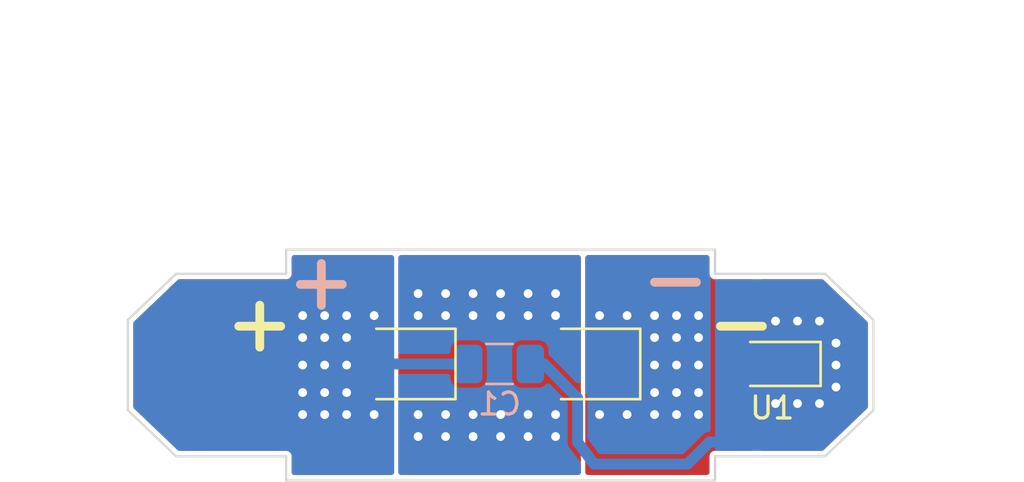
<source format=kicad_pcb>
(kicad_pcb (version 20171130) (host pcbnew "(5.1.5)-3")

  (general
    (thickness 1.6)
    (drawings 34)
    (tracks 77)
    (zones 0)
    (modules 4)
    (nets 5)
  )

  (page A4)
  (layers
    (0 F.Cu signal hide)
    (31 B.Cu signal)
    (32 B.Adhes user hide)
    (33 F.Adhes user hide)
    (34 B.Paste user hide)
    (35 F.Paste user hide)
    (36 B.SilkS user)
    (37 F.SilkS user)
    (38 B.Mask user)
    (39 F.Mask user)
    (40 Dwgs.User user hide)
    (41 Cmts.User user hide)
    (42 Eco1.User user)
    (43 Eco2.User user)
    (44 Edge.Cuts user)
    (45 Margin user)
    (46 B.CrtYd user)
    (47 F.CrtYd user)
    (48 B.Fab user)
    (49 F.Fab user)
  )

  (setup
    (last_trace_width 0.5)
    (user_trace_width 0.4)
    (user_trace_width 0.5)
    (user_trace_width 0.6)
    (trace_clearance 0.2)
    (zone_clearance 0.2)
    (zone_45_only no)
    (trace_min 0.2)
    (via_size 0.8)
    (via_drill 0.4)
    (via_min_size 0.4)
    (via_min_drill 0.3)
    (uvia_size 0.3)
    (uvia_drill 0.1)
    (uvias_allowed no)
    (uvia_min_size 0.2)
    (uvia_min_drill 0.1)
    (edge_width 0.1)
    (segment_width 0.2)
    (pcb_text_width 0.3)
    (pcb_text_size 1.5 1.5)
    (mod_edge_width 0.15)
    (mod_text_size 1 1)
    (mod_text_width 0.15)
    (pad_size 1.524 1.524)
    (pad_drill 0.762)
    (pad_to_mask_clearance 0)
    (aux_axis_origin 0 0)
    (visible_elements 7FFFFFFF)
    (pcbplotparams
      (layerselection 0x010fc_ffffffff)
      (usegerberextensions false)
      (usegerberattributes false)
      (usegerberadvancedattributes false)
      (creategerberjobfile false)
      (excludeedgelayer true)
      (linewidth 0.100000)
      (plotframeref false)
      (viasonmask false)
      (mode 1)
      (useauxorigin false)
      (hpglpennumber 1)
      (hpglpenspeed 20)
      (hpglpendiameter 15.000000)
      (psnegative false)
      (psa4output false)
      (plotreference true)
      (plotvalue true)
      (plotinvisibletext false)
      (padsonsilk false)
      (subtractmaskfromsilk false)
      (outputformat 1)
      (mirror false)
      (drillshape 1)
      (scaleselection 1)
      (outputdirectory ""))
  )

  (net 0 "")
  (net 1 +12V)
  (net 2 GND)
  (net 3 "Net-(D1-Pad1)")
  (net 4 "Net-(D2-Pad1)")

  (net_class Default "This is the default net class."
    (clearance 0.2)
    (trace_width 0.25)
    (via_dia 0.8)
    (via_drill 0.4)
    (uvia_dia 0.3)
    (uvia_drill 0.1)
    (add_net +12V)
    (add_net GND)
    (add_net "Net-(D1-Pad1)")
    (add_net "Net-(D2-Pad1)")
  )

  (module LED_SMD:LED_PLCC_2835 (layer F.Cu) (tedit 5C652239) (tstamp 5E7869F7)
    (at 153.9 67.7 180)
    (descr https://www.luckylight.cn/media/component/data-sheet/R2835BC-B2M-M10.pdf)
    (tags LED)
    (path /5E785C2B)
    (attr smd)
    (fp_text reference D2 (at 0 -2.4 180) (layer F.SilkS) hide
      (effects (font (size 1 1) (thickness 0.15)))
    )
    (fp_text value LED (at 0 2.475 180) (layer F.Fab)
      (effects (font (size 1 1) (thickness 0.15)))
    )
    (fp_line (start -1.05 -1.4) (end -1.75 -0.7) (layer F.Fab) (width 0.1))
    (fp_line (start -2.2 -1.6) (end -2.2 1.6) (layer F.SilkS) (width 0.12))
    (fp_text user %R (at 0 0 180) (layer F.Fab)
      (effects (font (size 0.9 0.9) (thickness 0.135)))
    )
    (fp_line (start 1.75 1.4) (end -1.75 1.4) (layer F.Fab) (width 0.1))
    (fp_line (start -1.75 1.4) (end -1.75 -0.7) (layer F.Fab) (width 0.1))
    (fp_line (start -1.05 -1.4) (end 1.75 -1.4) (layer F.Fab) (width 0.1))
    (fp_line (start 1.75 -1.4) (end 1.75 1.4) (layer F.Fab) (width 0.1))
    (fp_line (start 1.4 1.6) (end -2.2 1.6) (layer F.SilkS) (width 0.12))
    (fp_line (start 1.4 -1.6) (end -2.2 -1.6) (layer F.SilkS) (width 0.12))
    (fp_line (start 2.25 1.65) (end -2.25 1.65) (layer F.CrtYd) (width 0.05))
    (fp_line (start -2.25 1.65) (end -2.25 -1.65) (layer F.CrtYd) (width 0.05))
    (fp_line (start -2.25 -1.65) (end 2.25 -1.65) (layer F.CrtYd) (width 0.05))
    (fp_line (start 2.25 -1.65) (end 2.25 1.65) (layer F.CrtYd) (width 0.05))
    (pad 2 smd rect (at 1.375 0 180) (size 1.25 2.2) (layers F.Cu F.Paste F.Mask)
      (net 3 "Net-(D1-Pad1)"))
    (pad 1 smd rect (at -0.9 0 180) (size 2.2 2.2) (layers F.Cu F.Paste F.Mask)
      (net 4 "Net-(D2-Pad1)"))
    (model D:/Dropbox/Kicad/libraries/3d_smd_leds/luxeon_2835.wrl
      (at (xyz 0 0 0))
      (scale (xyz 1 1 1))
      (rotate (xyz 0 0 0))
    )
  )

  (module LED_SMD:LED_PLCC_2835 (layer F.Cu) (tedit 5C652239) (tstamp 5F3E4F50)
    (at 145.5 67.7 180)
    (descr https://www.luckylight.cn/media/component/data-sheet/R2835BC-B2M-M10.pdf)
    (tags LED)
    (path /5E785107)
    (attr smd)
    (fp_text reference D1 (at 0 -2.4) (layer F.SilkS) hide
      (effects (font (size 1 1) (thickness 0.15)))
    )
    (fp_text value LED (at 0 2.475) (layer F.Fab)
      (effects (font (size 1 1) (thickness 0.15)))
    )
    (fp_line (start -1.05 -1.4) (end -1.75 -0.7) (layer F.Fab) (width 0.1))
    (fp_line (start -2.2 -1.6) (end -2.2 1.6) (layer F.SilkS) (width 0.12))
    (fp_text user %R (at 0 0) (layer F.Fab)
      (effects (font (size 0.9 0.9) (thickness 0.135)))
    )
    (fp_line (start 1.75 1.4) (end -1.75 1.4) (layer F.Fab) (width 0.1))
    (fp_line (start -1.75 1.4) (end -1.75 -0.7) (layer F.Fab) (width 0.1))
    (fp_line (start -1.05 -1.4) (end 1.75 -1.4) (layer F.Fab) (width 0.1))
    (fp_line (start 1.75 -1.4) (end 1.75 1.4) (layer F.Fab) (width 0.1))
    (fp_line (start 1.4 1.6) (end -2.2 1.6) (layer F.SilkS) (width 0.12))
    (fp_line (start 1.4 -1.6) (end -2.2 -1.6) (layer F.SilkS) (width 0.12))
    (fp_line (start 2.25 1.65) (end -2.25 1.65) (layer F.CrtYd) (width 0.05))
    (fp_line (start -2.25 1.65) (end -2.25 -1.65) (layer F.CrtYd) (width 0.05))
    (fp_line (start -2.25 -1.65) (end 2.25 -1.65) (layer F.CrtYd) (width 0.05))
    (fp_line (start 2.25 -1.65) (end 2.25 1.65) (layer F.CrtYd) (width 0.05))
    (pad 2 smd rect (at 1.375 0 180) (size 1.25 2.2) (layers F.Cu F.Paste F.Mask)
      (net 1 +12V))
    (pad 1 smd rect (at -0.9 0 180) (size 2.2 2.2) (layers F.Cu F.Paste F.Mask)
      (net 3 "Net-(D1-Pad1)"))
    (model D:/Dropbox/Kicad/libraries/3d_smd_leds/luxeon_2835.wrl
      (at (xyz 0 0 0))
      (scale (xyz 1 1 1))
      (rotate (xyz 0 0 0))
    )
  )

  (module Capacitor_SMD:C_1206_3216Metric (layer B.Cu) (tedit 5B301BBE) (tstamp 5E7869A7)
    (at 149.7 67.7)
    (descr "Capacitor SMD 1206 (3216 Metric), square (rectangular) end terminal, IPC_7351 nominal, (Body size source: http://www.tortai-tech.com/upload/download/2011102023233369053.pdf), generated with kicad-footprint-generator")
    (tags capacitor)
    (path /5E789C24)
    (attr smd)
    (fp_text reference C1 (at 0 1.82) (layer B.SilkS)
      (effects (font (size 1 1) (thickness 0.15)) (justify mirror))
    )
    (fp_text value "4.7uF 50V" (at 0 -1.82) (layer B.Fab)
      (effects (font (size 1 1) (thickness 0.15)) (justify mirror))
    )
    (fp_line (start -1.6 -0.8) (end -1.6 0.8) (layer B.Fab) (width 0.1))
    (fp_line (start -1.6 0.8) (end 1.6 0.8) (layer B.Fab) (width 0.1))
    (fp_line (start 1.6 0.8) (end 1.6 -0.8) (layer B.Fab) (width 0.1))
    (fp_line (start 1.6 -0.8) (end -1.6 -0.8) (layer B.Fab) (width 0.1))
    (fp_line (start -0.602064 0.91) (end 0.602064 0.91) (layer B.SilkS) (width 0.12))
    (fp_line (start -0.602064 -0.91) (end 0.602064 -0.91) (layer B.SilkS) (width 0.12))
    (fp_line (start -2.28 -1.12) (end -2.28 1.12) (layer B.CrtYd) (width 0.05))
    (fp_line (start -2.28 1.12) (end 2.28 1.12) (layer B.CrtYd) (width 0.05))
    (fp_line (start 2.28 1.12) (end 2.28 -1.12) (layer B.CrtYd) (width 0.05))
    (fp_line (start 2.28 -1.12) (end -2.28 -1.12) (layer B.CrtYd) (width 0.05))
    (fp_text user %R (at 0.194999 -3.204999) (layer B.Fab)
      (effects (font (size 0.8 0.8) (thickness 0.12)) (justify mirror))
    )
    (pad 1 smd roundrect (at -1.4 0) (size 1.25 1.75) (layers B.Cu B.Paste B.Mask) (roundrect_rratio 0.2)
      (net 1 +12V))
    (pad 2 smd roundrect (at 1.4 0) (size 1.25 1.75) (layers B.Cu B.Paste B.Mask) (roundrect_rratio 0.2)
      (net 2 GND))
    (model ${KISYS3DMOD}/Capacitor_SMD.3dshapes/C_1206_3216Metric.wrl
      (at (xyz 0 0 0))
      (scale (xyz 1 1 1))
      (rotate (xyz 0 0 0))
    )
  )

  (module Diode_SMD:D_PowerDI-123 (layer F.Cu) (tedit 588FC24C) (tstamp 5E7B2898)
    (at 162.1 67.7 180)
    (descr http://www.diodes.com/_files/datasheets/ds30497.pdf)
    (tags "PowerDI diode vishay")
    (path /5E78B04E)
    (attr smd)
    (fp_text reference U1 (at 0 -2) (layer F.SilkS)
      (effects (font (size 1 1) (thickness 0.15)))
    )
    (fp_text value AL5809 (at 0 2.5) (layer F.Fab)
      (effects (font (size 1 1) (thickness 0.15)))
    )
    (fp_text user %R (at 0 -2) (layer F.Fab)
      (effects (font (size 1 1) (thickness 0.15)))
    )
    (fp_line (start 0.3 0) (end 0.7 0) (layer F.Fab) (width 0.1))
    (fp_line (start 0.3 -0.5) (end -0.5 0) (layer F.Fab) (width 0.1))
    (fp_line (start 0.3 0.5) (end 0.3 -0.5) (layer F.Fab) (width 0.1))
    (fp_line (start -0.5 0) (end 0.3 0.5) (layer F.Fab) (width 0.1))
    (fp_line (start -0.5 0) (end -0.5 0.5) (layer F.Fab) (width 0.1))
    (fp_line (start -0.5 0) (end -0.5 -0.5) (layer F.Fab) (width 0.1))
    (fp_line (start -0.8 0) (end -0.5 0) (layer F.Fab) (width 0.1))
    (fp_line (start -1.4 0.9) (end -1.4 -0.9) (layer F.Fab) (width 0.1))
    (fp_line (start 1.4 0.9) (end -1.4 0.9) (layer F.Fab) (width 0.1))
    (fp_line (start 1.4 -0.9) (end 1.4 0.9) (layer F.Fab) (width 0.1))
    (fp_line (start -1.4 -0.9) (end 1.4 -0.9) (layer F.Fab) (width 0.1))
    (fp_line (start 2.5 1.3) (end -2.5 1.3) (layer F.CrtYd) (width 0.05))
    (fp_line (start 2.5 -1.3) (end 2.5 1.3) (layer F.CrtYd) (width 0.05))
    (fp_line (start -2.5 -1.3) (end 2.5 -1.3) (layer F.CrtYd) (width 0.05))
    (fp_line (start -2.5 1.3) (end -2.5 -1.3) (layer F.CrtYd) (width 0.05))
    (fp_line (start 1 -1) (end -2.2 -1) (layer F.SilkS) (width 0.12))
    (fp_line (start -2.2 1) (end 1 1) (layer F.SilkS) (width 0.12))
    (fp_line (start -2.2 1) (end -2.2 -1) (layer F.SilkS) (width 0.12))
    (pad 1 smd rect (at -0.85 0) (size 2.4 1.5) (layers F.Cu F.Paste F.Mask)
      (net 2 GND))
    (pad 2 smd rect (at 1.525 0) (size 1.05 1.5) (layers F.Cu F.Paste F.Mask)
      (net 4 "Net-(D2-Pad1)"))
    (model ${KISYS3DMOD}/Diode_SMD.3dshapes/D_PowerDI-123.wrl
      (at (xyz 0 0 0))
      (scale (xyz 1 1 1))
      (rotate (xyz 0 0 0))
    )
  )

  (dimension 10.5 (width 0.15) (layer Eco1.User)
    (gr_text "10.500 mm" (at 172.2 67.75 270) (layer Eco1.User)
      (effects (font (size 1 1) (thickness 0.15)))
    )
    (feature1 (pts (xy 159.5 73) (xy 171.486421 73)))
    (feature2 (pts (xy 159.5 62.5) (xy 171.486421 62.5)))
    (crossbar (pts (xy 170.9 62.5) (xy 170.9 73)))
    (arrow1a (pts (xy 170.9 73) (xy 170.313579 71.873496)))
    (arrow1b (pts (xy 170.9 73) (xy 171.486421 71.873496)))
    (arrow2a (pts (xy 170.9 62.5) (xy 170.313579 63.626504)))
    (arrow2b (pts (xy 170.9 62.5) (xy 171.486421 63.626504)))
  )
  (dimension 33.9 (width 0.15) (layer Eco1.User)
    (gr_text "33.900 mm" (at 149.75 55.5) (layer Eco1.User)
      (effects (font (size 1 1) (thickness 0.15)))
    )
    (feature1 (pts (xy 166.7 65.7) (xy 166.7 56.213579)))
    (feature2 (pts (xy 132.8 65.7) (xy 132.8 56.213579)))
    (crossbar (pts (xy 132.8 56.8) (xy 166.7 56.8)))
    (arrow1a (pts (xy 166.7 56.8) (xy 165.573496 57.386421)))
    (arrow1b (pts (xy 166.7 56.8) (xy 165.573496 56.213579)))
    (arrow2a (pts (xy 132.8 56.8) (xy 133.926504 57.386421)))
    (arrow2b (pts (xy 132.8 56.8) (xy 133.926504 56.213579)))
  )
  (gr_text - (at 160.7 65.8) (layer F.SilkS) (tstamp 5F3E576B)
    (effects (font (size 2.5 2.5) (thickness 0.4)))
  )
  (gr_text + (at 138.8 65.8) (layer F.SilkS) (tstamp 5F3E5766)
    (effects (font (size 2.5 2.5) (thickness 0.4)))
  )
  (gr_text - (at 157.7 63.8) (layer B.SilkS) (tstamp 5F3E56FB)
    (effects (font (size 2.5 2.5) (thickness 0.4)))
  )
  (gr_text + (at 141.6 63.9) (layer B.SilkS)
    (effects (font (size 2.5 2.5) (thickness 0.4)))
  )
  (gr_poly (pts (xy 151.7 69.3) (xy 147.8 69.3) (xy 147.8 66.1) (xy 151.7 66.1)) (layer F.Mask) (width 0.1))
  (gr_poly (pts (xy 159.3 69.4) (xy 156.3 69.4) (xy 156.3 66.1) (xy 159.3 66.1)) (layer F.Mask) (width 0.1) (tstamp 5F3E55F3))
  (gr_poly (pts (xy 143.2 69.4) (xy 140.2 69.4) (xy 140.2 66.1) (xy 143.2 66.1)) (layer F.Mask) (width 0.1))
  (gr_poly (pts (xy 159.3 73) (xy 140.2 73) (xy 140.2 69.4) (xy 159.3 69.4)) (layer F.Mask) (width 0.1) (tstamp 5F3E55D4))
  (gr_poly (pts (xy 159.3 66.1) (xy 140.2 66.1) (xy 140.2 62.5) (xy 159.3 62.5)) (layer F.Mask) (width 0.1))
  (gr_poly (pts (xy 139.9 71.7) (xy 135 71.7) (xy 135 70.1) (xy 139.9 70.1)) (layer B.Mask) (width 0.1) (tstamp 5F3E5527))
  (gr_poly (pts (xy 139.9 65.4) (xy 135 65.4) (xy 135 63.8) (xy 139.9 63.8)) (layer B.Mask) (width 0.1) (tstamp 5F3E551C))
  (gr_poly (pts (xy 164.4 65.4) (xy 159.5 65.4) (xy 159.5 63.8) (xy 164.4 63.8)) (layer B.Mask) (width 0.1) (tstamp 5F3E5513))
  (gr_poly (pts (xy 164.4 71.6) (xy 159.5 71.6) (xy 159.5 70) (xy 164.4 70)) (layer B.Mask) (width 0.1))
  (gr_line (start 149.75 63.1) (end 149.75 72.65) (layer Eco1.User) (width 0.15))
  (gr_line (start 166.7 69.8) (end 164.5 71.9) (layer Edge.Cuts) (width 0.1) (tstamp 5F3E4D14))
  (gr_line (start 166.7 65.7) (end 166.7 69.8) (layer Edge.Cuts) (width 0.1) (tstamp 5F3E4D13))
  (gr_line (start 164.5 63.6) (end 166.7 65.7) (layer Edge.Cuts) (width 0.1) (tstamp 5F3E4D12))
  (gr_line (start 132.8 65.7) (end 135 63.6) (layer Edge.Cuts) (width 0.1) (tstamp 5F3E4C8D))
  (gr_line (start 135 71.9) (end 132.8 69.8) (layer Edge.Cuts) (width 0.1) (tstamp 5F3E4C8A))
  (gr_line (start 132.8 69.8) (end 132.8 65.7) (layer Edge.Cuts) (width 0.1))
  (gr_line (start 164.5 71.9) (end 159.5 71.9) (layer Edge.Cuts) (width 0.1) (tstamp 5F3E4B60))
  (gr_line (start 164.5 63.6) (end 159.5 63.6) (layer Edge.Cuts) (width 0.1) (tstamp 5F3E4B5D))
  (gr_line (start 140 63.6) (end 135 63.6) (layer Edge.Cuts) (width 0.1) (tstamp 5F3E4B59))
  (gr_line (start 140 71.9) (end 135 71.9) (layer Edge.Cuts) (width 0.1))
  (gr_line (start 159.5 73) (end 159.5 71.9) (layer Edge.Cuts) (width 0.1))
  (gr_line (start 159.5 62.5) (end 159.5 63.6) (layer Edge.Cuts) (width 0.1))
  (gr_line (start 140 62.5) (end 140 63.6) (layer Edge.Cuts) (width 0.1))
  (gr_line (start 140 73) (end 140 71.9) (layer Edge.Cuts) (width 0.1))
  (gr_line (start 132.8 67.75) (end 166.7 67.75) (layer Eco1.User) (width 0.15))
  (gr_line (start 140 62.5) (end 159.5 62.5) (layer Edge.Cuts) (width 0.1))
  (gr_line (start 140 73) (end 159.5 73) (layer Edge.Cuts) (width 0.1))
  (gr_text "FR4, 1.6mm thickness, 2oz copper, ENIG, white soldermask" (at 149.9 52) (layer Eco1.User)
    (effects (font (size 1 1) (thickness 0.15)))
  )

  (via (at 144 65.5) (size 0.8) (drill 0.4) (layers F.Cu B.Cu) (net 1))
  (via (at 142.75 65.5) (size 0.8) (drill 0.4) (layers F.Cu B.Cu) (net 1))
  (via (at 142.75 66.5) (size 0.8) (drill 0.4) (layers F.Cu B.Cu) (net 1))
  (via (at 142.75 67.75) (size 0.8) (drill 0.4) (layers F.Cu B.Cu) (net 1))
  (via (at 142.75 69) (size 0.8) (drill 0.4) (layers F.Cu B.Cu) (net 1))
  (via (at 142.75 70) (size 0.8) (drill 0.4) (layers F.Cu B.Cu) (net 1))
  (via (at 144 70) (size 0.8) (drill 0.4) (layers F.Cu B.Cu) (net 1))
  (via (at 141.75 66.5) (size 0.8) (drill 0.4) (layers F.Cu B.Cu) (net 1))
  (via (at 141.75 67.75) (size 0.8) (drill 0.4) (layers F.Cu B.Cu) (net 1))
  (via (at 141.75 69) (size 0.8) (drill 0.4) (layers F.Cu B.Cu) (net 1))
  (segment (start 148.3 67.7) (end 144.2 67.7) (width 0.5) (layer B.Cu) (net 1))
  (via (at 140.75 69) (size 0.8) (drill 0.4) (layers F.Cu B.Cu) (net 1))
  (via (at 140.75 70) (size 0.8) (drill 0.4) (layers F.Cu B.Cu) (net 1))
  (via (at 141.75 70) (size 0.8) (drill 0.4) (layers F.Cu B.Cu) (net 1))
  (via (at 140.75 67.75) (size 0.8) (drill 0.4) (layers F.Cu B.Cu) (net 1))
  (via (at 140.75 66.5) (size 0.8) (drill 0.4) (layers F.Cu B.Cu) (net 1))
  (via (at 140.75 65.5) (size 0.8) (drill 0.4) (layers F.Cu B.Cu) (net 1))
  (via (at 141.75 65.5) (size 0.8) (drill 0.4) (layers F.Cu B.Cu) (net 1))
  (via (at 165 67.75) (size 0.8) (drill 0.4) (layers F.Cu B.Cu) (net 2))
  (via (at 165 66.75) (size 0.8) (drill 0.4) (layers F.Cu B.Cu) (net 2))
  (via (at 165 68.75) (size 0.8) (drill 0.4) (layers F.Cu B.Cu) (net 2))
  (via (at 164.25 69.5) (size 0.8) (drill 0.4) (layers F.Cu B.Cu) (net 2))
  (via (at 163.25 69.5) (size 0.8) (drill 0.4) (layers F.Cu B.Cu) (net 2))
  (via (at 164.25 65.75) (size 0.8) (drill 0.4) (layers F.Cu B.Cu) (net 2))
  (via (at 163.25 65.75) (size 0.8) (drill 0.4) (layers F.Cu B.Cu) (net 2))
  (via (at 162.25 69.5) (size 0.8) (drill 0.4) (layers F.Cu B.Cu) (net 2))
  (via (at 162.25 65.75) (size 0.8) (drill 0.4) (layers F.Cu B.Cu) (net 2))
  (segment (start 159.25 71.25) (end 160 71.25) (width 0.5) (layer B.Cu) (net 2))
  (segment (start 151.725 67.7) (end 153.25 69.25) (width 0.5) (layer B.Cu) (net 2))
  (segment (start 158.25 72.25) (end 159.25 71.25) (width 0.5) (layer B.Cu) (net 2))
  (segment (start 153.25 69.25) (end 153.25 71.25) (width 0.5) (layer B.Cu) (net 2))
  (segment (start 153.25 71.25) (end 154 72.25) (width 0.5) (layer B.Cu) (net 2))
  (segment (start 154 72.25) (end 158.25 72.25) (width 0.5) (layer B.Cu) (net 2))
  (segment (start 151.1 67.7) (end 151.725 67.7) (width 0.5) (layer B.Cu) (net 2))
  (via (at 146 65.5) (size 0.8) (drill 0.4) (layers F.Cu B.Cu) (net 3))
  (via (at 147.25 65.5) (size 0.8) (drill 0.4) (layers F.Cu B.Cu) (net 3))
  (via (at 146 70) (size 0.8) (drill 0.4) (layers F.Cu B.Cu) (net 3))
  (via (at 147.25 70) (size 0.8) (drill 0.4) (layers F.Cu B.Cu) (net 3))
  (via (at 148.5 70) (size 0.8) (drill 0.4) (layers F.Cu B.Cu) (net 3))
  (via (at 148.5 65.5) (size 0.8) (drill 0.4) (layers F.Cu B.Cu) (net 3))
  (via (at 152.25 65.5) (size 0.8) (drill 0.4) (layers F.Cu B.Cu) (net 3))
  (via (at 151 65.5) (size 0.8) (drill 0.4) (layers F.Cu B.Cu) (net 3))
  (via (at 149.75 65.5) (size 0.8) (drill 0.4) (layers F.Cu B.Cu) (net 3))
  (via (at 152.25 70) (size 0.8) (drill 0.4) (layers F.Cu B.Cu) (net 3))
  (via (at 151 70) (size 0.8) (drill 0.4) (layers F.Cu B.Cu) (net 3))
  (via (at 149.75 70) (size 0.8) (drill 0.4) (layers F.Cu B.Cu) (net 3))
  (via (at 146 71) (size 0.8) (drill 0.4) (layers F.Cu B.Cu) (net 3))
  (via (at 147.25 71) (size 0.8) (drill 0.4) (layers F.Cu B.Cu) (net 3))
  (via (at 146 64.5) (size 0.8) (drill 0.4) (layers F.Cu B.Cu) (net 3))
  (via (at 147.25 64.5) (size 0.8) (drill 0.4) (layers F.Cu B.Cu) (net 3))
  (via (at 151 64.5) (size 0.8) (drill 0.4) (layers F.Cu B.Cu) (net 3))
  (via (at 152.25 64.5) (size 0.8) (drill 0.4) (layers F.Cu B.Cu) (net 3))
  (via (at 151 71) (size 0.8) (drill 0.4) (layers F.Cu B.Cu) (net 3))
  (via (at 152.25 71) (size 0.8) (drill 0.4) (layers F.Cu B.Cu) (net 3))
  (via (at 148.5 71) (size 0.8) (drill 0.4) (layers F.Cu B.Cu) (net 3))
  (via (at 149.75 71) (size 0.8) (drill 0.4) (layers F.Cu B.Cu) (net 3))
  (via (at 148.5 64.5) (size 0.8) (drill 0.4) (layers F.Cu B.Cu) (net 3))
  (via (at 149.75 64.5) (size 0.8) (drill 0.4) (layers F.Cu B.Cu) (net 3))
  (via (at 154.25 65.5) (size 0.8) (drill 0.4) (layers F.Cu B.Cu) (net 4))
  (via (at 155.5 65.5) (size 0.8) (drill 0.4) (layers F.Cu B.Cu) (net 4))
  (via (at 156.75 65.5) (size 0.8) (drill 0.4) (layers F.Cu B.Cu) (net 4))
  (via (at 157.75 66.5) (size 0.8) (drill 0.4) (layers F.Cu B.Cu) (net 4))
  (via (at 154.25 70) (size 0.8) (drill 0.4) (layers F.Cu B.Cu) (net 4))
  (via (at 155.5 70) (size 0.8) (drill 0.4) (layers F.Cu B.Cu) (net 4) (tstamp 5F3E5304))
  (via (at 156.75 70) (size 0.8) (drill 0.4) (layers F.Cu B.Cu) (net 4))
  (via (at 157.75 69) (size 0.8) (drill 0.4) (layers F.Cu B.Cu) (net 4))
  (via (at 156.75 66.5) (size 0.8) (drill 0.4) (layers F.Cu B.Cu) (net 4))
  (via (at 156.75 67.75) (size 0.8) (drill 0.4) (layers F.Cu B.Cu) (net 4))
  (via (at 156.75 69) (size 0.8) (drill 0.4) (layers F.Cu B.Cu) (net 4))
  (via (at 157.75 67.75) (size 0.8) (drill 0.4) (layers F.Cu B.Cu) (net 4))
  (via (at 157.75 70) (size 0.8) (drill 0.4) (layers F.Cu B.Cu) (net 4))
  (via (at 157.75 65.5) (size 0.8) (drill 0.4) (layers F.Cu B.Cu) (net 4))
  (via (at 158.75 70) (size 0.8) (drill 0.4) (layers F.Cu B.Cu) (net 4))
  (via (at 158.75 69) (size 0.8) (drill 0.4) (layers F.Cu B.Cu) (net 4))
  (via (at 158.75 67.75) (size 0.8) (drill 0.4) (layers F.Cu B.Cu) (net 4))
  (via (at 158.75 66.5) (size 0.8) (drill 0.4) (layers F.Cu B.Cu) (net 4))
  (via (at 158.75 65.5) (size 0.8) (drill 0.4) (layers F.Cu B.Cu) (net 4))

  (zone (net 3) (net_name "Net-(D1-Pad1)") (layer F.Cu) (tstamp 0) (hatch edge 0.508)
    (connect_pads yes (clearance 0.2))
    (min_thickness 0.254)
    (fill yes (arc_segments 32) (thermal_gap 0.508) (thermal_bridge_width 0.508))
    (polygon
      (pts
        (xy 153.4 73) (xy 145.1 73) (xy 145.1 62.5) (xy 153.4 62.5)
      )
    )
    (filled_polygon
      (pts
        (xy 153.273 72.623) (xy 145.227 72.623) (xy 145.227 62.877) (xy 153.273 62.877)
      )
    )
  )
  (zone (net 1) (net_name +12V) (layer F.Cu) (tstamp 0) (hatch edge 0.508)
    (connect_pads yes (clearance 0.2))
    (min_thickness 0.254)
    (fill yes (arc_segments 32) (thermal_gap 0.508) (thermal_bridge_width 0.508))
    (polygon
      (pts
        (xy 144.9 73) (xy 132.7 73) (xy 132.7 62.5) (xy 144.9 62.5)
      )
    )
    (filled_polygon
      (pts
        (xy 144.773 72.623) (xy 140.377 72.623) (xy 140.377 71.918519) (xy 140.378824 71.9) (xy 140.371545 71.826095)
        (xy 140.349988 71.75503) (xy 140.314981 71.689537) (xy 140.267869 71.632131) (xy 140.210463 71.585019) (xy 140.14497 71.550012)
        (xy 140.073905 71.528455) (xy 140.018519 71.523) (xy 140 71.521176) (xy 139.981481 71.523) (xy 135.151048 71.523)
        (xy 133.177 69.638683) (xy 133.177 65.861317) (xy 135.151048 63.977) (xy 139.981481 63.977) (xy 140 63.978824)
        (xy 140.018519 63.977) (xy 140.073905 63.971545) (xy 140.14497 63.949988) (xy 140.210463 63.914981) (xy 140.267869 63.867869)
        (xy 140.314981 63.810463) (xy 140.349988 63.74497) (xy 140.371545 63.673905) (xy 140.378824 63.6) (xy 140.377 63.581481)
        (xy 140.377 62.877) (xy 144.773 62.877)
      )
    )
  )
  (zone (net 4) (net_name "Net-(D2-Pad1)") (layer F.Cu) (tstamp 0) (hatch edge 0.508)
    (connect_pads yes (clearance 0.2))
    (min_thickness 0.254)
    (fill yes (arc_segments 32) (thermal_gap 0.508) (thermal_bridge_width 0.508))
    (polygon
      (pts
        (xy 161.3 73) (xy 153.6 73) (xy 153.6 62.4) (xy 161.3 62.4)
      )
    )
    (filled_polygon
      (pts
        (xy 159.123001 63.581471) (xy 159.121176 63.6) (xy 159.128455 63.673905) (xy 159.150012 63.74497) (xy 159.185019 63.810463)
        (xy 159.232131 63.867869) (xy 159.289537 63.914981) (xy 159.35503 63.949988) (xy 159.426095 63.971545) (xy 159.481481 63.977)
        (xy 159.5 63.978824) (xy 159.518519 63.977) (xy 161.173 63.977) (xy 161.173 71.523) (xy 159.518519 71.523)
        (xy 159.5 71.521176) (xy 159.481481 71.523) (xy 159.426095 71.528455) (xy 159.35503 71.550012) (xy 159.289537 71.585019)
        (xy 159.232131 71.632131) (xy 159.185019 71.689537) (xy 159.150012 71.75503) (xy 159.128455 71.826095) (xy 159.121176 71.9)
        (xy 159.123001 71.918529) (xy 159.123 72.623) (xy 153.727 72.623) (xy 153.727 62.877) (xy 159.123 62.877)
      )
    )
  )
  (zone (net 2) (net_name GND) (layer F.Cu) (tstamp 0) (hatch edge 0.508)
    (connect_pads yes (clearance 0.2))
    (min_thickness 0.254)
    (fill yes (arc_segments 32) (thermal_gap 0.508) (thermal_bridge_width 0.508))
    (polygon
      (pts
        (xy 166.8 71.9) (xy 161.5 71.9) (xy 161.5 63.6) (xy 166.8 63.6)
      )
    )
    (filled_polygon
      (pts
        (xy 166.323 65.861318) (xy 166.323001 69.638681) (xy 164.348952 71.523) (xy 161.627 71.523) (xy 161.627 63.977)
        (xy 164.348952 63.977)
      )
    )
  )
  (zone (net 1) (net_name +12V) (layer B.Cu) (tstamp 5F3E517C) (hatch edge 0.508)
    (connect_pads yes (clearance 0.2))
    (min_thickness 0.254)
    (fill yes (arc_segments 32) (thermal_gap 0.508) (thermal_bridge_width 0.508))
    (polygon
      (pts
        (xy 144.911571 62.5) (xy 132.711571 62.5) (xy 132.711571 73) (xy 144.911571 73)
      )
    )
    (filled_polygon
      (pts
        (xy 144.784571 72.623) (xy 140.377 72.623) (xy 140.377 71.918519) (xy 140.378824 71.9) (xy 140.371545 71.826095)
        (xy 140.349988 71.75503) (xy 140.314981 71.689537) (xy 140.267869 71.632131) (xy 140.210463 71.585019) (xy 140.14497 71.550012)
        (xy 140.073905 71.528455) (xy 140.018519 71.523) (xy 140 71.521176) (xy 139.981481 71.523) (xy 135.151048 71.523)
        (xy 133.177 69.638683) (xy 133.177 65.861317) (xy 135.151048 63.977) (xy 139.981481 63.977) (xy 140 63.978824)
        (xy 140.018519 63.977) (xy 140.073905 63.971545) (xy 140.14497 63.949988) (xy 140.210463 63.914981) (xy 140.267869 63.867869)
        (xy 140.314981 63.810463) (xy 140.349988 63.74497) (xy 140.371545 63.673905) (xy 140.378824 63.6) (xy 140.377 63.581481)
        (xy 140.377 62.877) (xy 144.784571 62.877)
      )
    )
  )
  (zone (net 4) (net_name "Net-(D2-Pad1)") (layer B.Cu) (tstamp 5F3E5180) (hatch edge 0.508)
    (connect_pads yes (clearance 0.2))
    (min_thickness 0.254)
    (fill yes (arc_segments 32) (thermal_gap 0.508) (thermal_bridge_width 0.508))
    (polygon
      (pts
        (xy 159.5 62.4) (xy 153.6 62.413043) (xy 153.6 73.013043) (xy 159.5 73)
      )
    )
    (filled_polygon
      (pts
        (xy 159.123001 63.581471) (xy 159.121176 63.6) (xy 159.128455 63.673905) (xy 159.150012 63.74497) (xy 159.173 63.787977)
        (xy 159.173 70.677792) (xy 159.136888 70.681349) (xy 159.028123 70.714343) (xy 159.002228 70.728184) (xy 158.927885 70.767921)
        (xy 158.840026 70.840026) (xy 158.821961 70.862038) (xy 158.010999 71.673) (xy 154.2885 71.673) (xy 153.827 71.057668)
        (xy 153.827 69.280683) (xy 153.829771 69.254713) (xy 153.827 69.224021) (xy 153.827 69.221664) (xy 153.824448 69.195751)
        (xy 153.819551 69.141514) (xy 153.818882 69.139242) (xy 153.81865 69.136888) (xy 153.802828 69.084729) (xy 153.787442 69.032485)
        (xy 153.786345 69.030392) (xy 153.785657 69.028124) (xy 153.759939 68.980008) (xy 153.734681 68.931815) (xy 153.733197 68.929976)
        (xy 153.732079 68.927885) (xy 153.727 68.921696) (xy 153.727 62.877) (xy 159.123 62.877)
      )
    )
  )
  (zone (net 2) (net_name GND) (layer B.Cu) (tstamp 0) (hatch edge 0.508)
    (priority 1)
    (connect_pads yes (clearance 0.2))
    (min_thickness 0.254)
    (fill yes (arc_segments 32) (thermal_gap 0.508) (thermal_bridge_width 0.508))
    (polygon
      (pts
        (xy 166.7 72) (xy 159.5 72) (xy 159.5 69.8) (xy 159.5 65.6) (xy 159.5 63.6)
        (xy 166.7 63.6)
      )
    )
    (filled_polygon
      (pts
        (xy 166.323 65.861318) (xy 166.323001 69.638681) (xy 164.348952 71.523) (xy 159.627 71.523) (xy 159.627 63.977)
        (xy 164.348952 63.977)
      )
    )
  )
  (zone (net 3) (net_name "Net-(D1-Pad1)") (layer B.Cu) (tstamp 5F3E5461) (hatch edge 0.508)
    (connect_pads yes (clearance 0.2))
    (min_thickness 0.254)
    (fill yes (arc_segments 32) (thermal_gap 0.508) (thermal_bridge_width 0.508))
    (polygon
      (pts
        (xy 153.4 62.5) (xy 145.1 62.5) (xy 145.1 73) (xy 153.4 73)
      )
    )
    (filled_polygon
      (pts
        (xy 153.273 68.450661) (xy 152.154534 67.31386) (xy 152.134974 67.290026) (xy 152.092735 67.255361) (xy 152.053582 67.222693)
        (xy 152.053582 67.075) (xy 152.042465 66.962124) (xy 152.00954 66.853586) (xy 151.956073 66.753557) (xy 151.884119 66.665881)
        (xy 151.796443 66.593927) (xy 151.696414 66.54046) (xy 151.587876 66.507535) (xy 151.475 66.496418) (xy 150.725 66.496418)
        (xy 150.612124 66.507535) (xy 150.503586 66.54046) (xy 150.403557 66.593927) (xy 150.315881 66.665881) (xy 150.243927 66.753557)
        (xy 150.19046 66.853586) (xy 150.157535 66.962124) (xy 150.146418 67.075) (xy 150.146418 68.325) (xy 150.157535 68.437876)
        (xy 150.19046 68.546414) (xy 150.243927 68.646443) (xy 150.315881 68.734119) (xy 150.403557 68.806073) (xy 150.503586 68.85954)
        (xy 150.612124 68.892465) (xy 150.725 68.903582) (xy 151.475 68.903582) (xy 151.587876 68.892465) (xy 151.696414 68.85954)
        (xy 151.796443 68.806073) (xy 151.884119 68.734119) (xy 151.906346 68.707035) (xy 152.673 69.486258) (xy 152.673001 71.237384)
        (xy 152.671068 71.281555) (xy 152.677323 71.322217) (xy 152.681351 71.363112) (xy 152.685942 71.378247) (xy 152.688349 71.393893)
        (xy 152.702412 71.432542) (xy 152.714344 71.471876) (xy 152.721802 71.485829) (xy 152.727213 71.5007) (xy 152.748539 71.53585)
        (xy 152.767922 71.572115) (xy 152.795959 71.606278) (xy 153.273 72.242333) (xy 153.273 72.623) (xy 145.227 72.623)
        (xy 145.227 68.277) (xy 147.346418 68.277) (xy 147.346418 68.325) (xy 147.357535 68.437876) (xy 147.39046 68.546414)
        (xy 147.443927 68.646443) (xy 147.515881 68.734119) (xy 147.603557 68.806073) (xy 147.703586 68.85954) (xy 147.812124 68.892465)
        (xy 147.925 68.903582) (xy 148.675 68.903582) (xy 148.787876 68.892465) (xy 148.896414 68.85954) (xy 148.996443 68.806073)
        (xy 149.084119 68.734119) (xy 149.156073 68.646443) (xy 149.20954 68.546414) (xy 149.242465 68.437876) (xy 149.253582 68.325)
        (xy 149.253582 67.075) (xy 149.242465 66.962124) (xy 149.20954 66.853586) (xy 149.156073 66.753557) (xy 149.084119 66.665881)
        (xy 148.996443 66.593927) (xy 148.896414 66.54046) (xy 148.787876 66.507535) (xy 148.675 66.496418) (xy 147.925 66.496418)
        (xy 147.812124 66.507535) (xy 147.703586 66.54046) (xy 147.603557 66.593927) (xy 147.515881 66.665881) (xy 147.443927 66.753557)
        (xy 147.39046 66.853586) (xy 147.357535 66.962124) (xy 147.346418 67.075) (xy 147.346418 67.123) (xy 145.227 67.123)
        (xy 145.227 62.877) (xy 153.273 62.877)
      )
    )
  )
)

</source>
